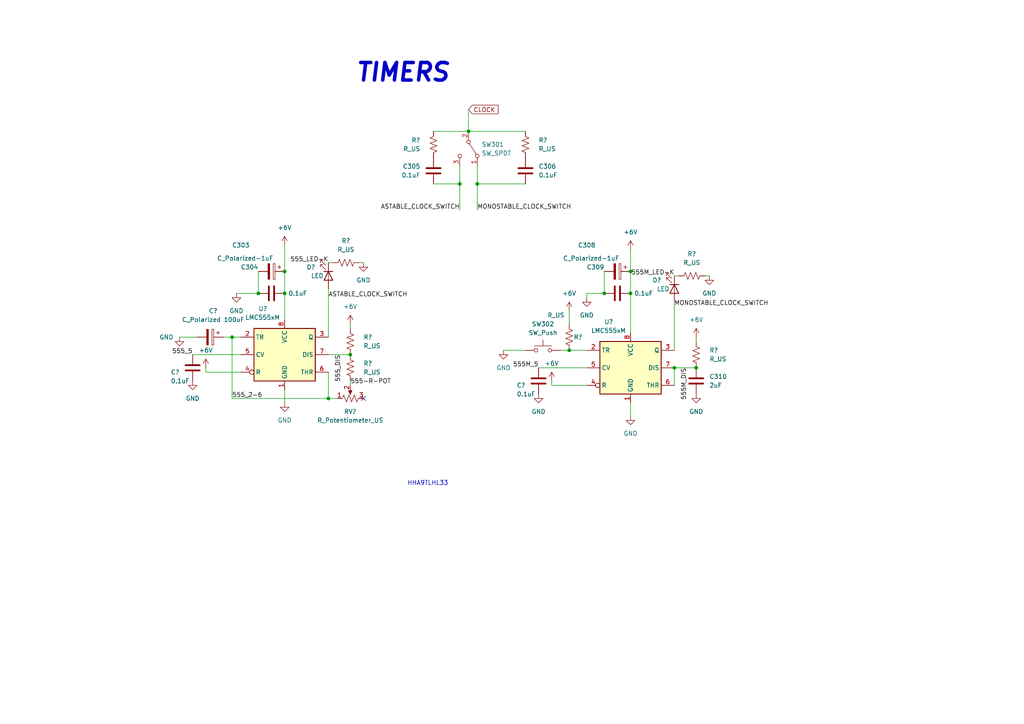
<source format=kicad_sch>
(kicad_sch (version 20230121) (generator eeschema)
  (paper "A4")
  (lib_symbols
    (symbol "Device:C" (pin_numbers hide) (pin_names (offset 0.254))
      (property "Reference" "C" (at 0.635 2.54 0))
      (property "Value" "C" (at 0.635 -2.54 0))
      (symbol "C_0_1"
        (polyline (pts (xy -2.032 -0.762) (xy 2.032 -0.762)) (stroke (width 0.508)))
        (polyline (pts (xy -2.032 0.762) (xy 2.032 0.762)) (stroke (width 0.508)))
      )
      (symbol "C_1_1"
        (pin passive line (at 0 3.81 270) (length 2.794) (name "~") (number "1"))
        (pin passive line (at 0 -3.81 90) (length 2.794) (name "~") (number "2"))
      )
    )
    (symbol "Device:C_Polarized" (pin_numbers hide) (pin_names (offset 0.254))
      (property "Reference" "C" (at 0.635 2.54 0))
      (property "Value" "C_Polarized" (at 0.635 -2.54 0))
      (symbol "C_Polarized_0_1"
        (rectangle (start -2.286 0.508) (end 2.286 1.016))
        (polyline (pts (xy -1.778 2.286) (xy -0.762 2.286)))
        (polyline (pts (xy -1.27 2.794) (xy -1.27 1.778)))
        (rectangle (start 2.286 -0.508) (end -2.286 -1.016) (fill (type outline)))
      )
      (symbol "C_Polarized_1_1"
        (pin passive line (at 0 3.81 270) (length 2.794) (name "~") (number "1"))
        (pin passive line (at 0 -3.81 90) (length 2.794) (name "~") (number "2"))
      )
    )
    (symbol "Device:LED" (pin_numbers hide) (pin_names (offset 1.016) hide)
      (property "Reference" "D" (at 0 2.54 0))
      (property "Value" "LED" (at 0 -2.54 0))
      (symbol "LED_0_1"
        (polyline (pts (xy -1.27 -1.27) (xy -1.27 1.27)) (stroke (width 0.254)))
        (polyline (pts (xy -1.27 0) (xy 1.27 0)))
        (polyline (pts (xy 1.27 -1.27) (xy 1.27 1.27) (xy -1.27 0) (xy 1.27 -1.27)) (stroke (width 0.254)))
        (polyline (pts (xy -3.048 -0.762) (xy -4.572 -2.286) (xy -3.81 -2.286) (xy -4.572 -2.286) (xy -4.572 -1.524)))
        (polyline (pts (xy -1.778 -0.762) (xy -3.302 -2.286) (xy -2.54 -2.286) (xy -3.302 -2.286) (xy -3.302 -1.524)))
      )
      (symbol "LED_1_1"
        (pin passive line (at -3.81 0 0) (length 2.54) (name "K") (number "1"))
        (pin passive line (at 3.81 0 180) (length 2.54) (name "A") (number "2"))
      )
    )
    (symbol "Device:R_Potentiometer_US" (pin_names (offset 1.016) hide)
      (property "Reference" "RV" (at -4.445 0 90))
      (property "Value" "R_Potentiometer_US" (at -2.54 0 90))
      (symbol "R_Potentiometer_US_0_1"
        (polyline (pts (xy 0 -2.286) (xy 0 -2.54)))
        (polyline (pts (xy 0 2.54) (xy 0 2.286)))
        (polyline (pts (xy 2.54 0) (xy 1.524 0)))
        (polyline (pts (xy 1.143 0) (xy 2.286 0.508) (xy 2.286 -0.508) (xy 1.143 0)) (fill (type outline)))
        (polyline (pts (xy 0 -0.762) (xy 1.016 -1.143) (xy 0 -1.524) (xy -1.016 -1.905) (xy 0 -2.286)))
        (polyline (pts (xy 0 0.762) (xy 1.016 0.381) (xy 0 0) (xy -1.016 -0.381) (xy 0 -0.762)))
        (polyline (pts (xy 0 2.286) (xy 1.016 1.905) (xy 0 1.524) (xy -1.016 1.143) (xy 0 0.762)))
      )
      (symbol "R_Potentiometer_US_1_1"
        (pin passive line (at 0 3.81 270) (length 1.27) (name "1") (number "1"))
        (pin passive line (at 3.81 0 180) (length 1.27) (name "2") (number "2"))
        (pin passive line (at 0 -3.81 90) (length 1.27) (name "3") (number "3"))
      )
    )
    (symbol "Device:R_US" (pin_numbers hide) (pin_names (offset 0))
      (property "Reference" "R" (at 2.54 0 90))
      (property "Value" "R_US" (at -2.54 0 90))
      (symbol "R_US_0_1"
        (polyline (pts (xy 0 -2.286) (xy 0 -2.54)))
        (polyline (pts (xy 0 2.286) (xy 0 2.54)))
        (polyline (pts (xy 0 -0.762) (xy 1.016 -1.143) (xy 0 -1.524) (xy -1.016 -1.905) (xy 0 -2.286)))
        (polyline (pts (xy 0 0.762) (xy 1.016 0.381) (xy 0 0) (xy -1.016 -0.381) (xy 0 -0.762)))
        (polyline (pts (xy 0 2.286) (xy 1.016 1.905) (xy 0 1.524) (xy -1.016 1.143) (xy 0 0.762)))
      )
      (symbol "R_US_1_1"
        (pin passive line (at 0 3.81 270) (length 1.27) (name "~") (number "1"))
        (pin passive line (at 0 -3.81 90) (length 1.27) (name "~") (number "2"))
      )
    )
    (symbol "Switch:SW_Push" (pin_numbers hide) (pin_names (offset 1.016) hide)
      (property "Reference" "SW" (at 1.27 2.54 0))
      (property "Value" "SW_Push" (at 0 -1.524 0))
      (symbol "SW_Push_0_1"
        (circle (center -2.032 0) (radius 0.508))
        (polyline (pts (xy 0 1.27) (xy 0 3.048)))
        (polyline (pts (xy 2.54 1.27) (xy -2.54 1.27)))
        (circle (center 2.032 0) (radius 0.508))
        (pin passive line (at -5.08 0 0) (length 2.54) (name "1") (number "1"))
        (pin passive line (at 5.08 0 180) (length 2.54) (name "2") (number "2"))
      )
    )
    (symbol "Switch:SW_SPDT" (pin_names (offset 0) hide)
      (property "Reference" "SW" (at 0 4.318 0))
      (property "Value" "SW_SPDT" (at 0 -5.08 0))
      (symbol "SW_SPDT_0_0"
        (circle (center -2.032 0) (radius 0.508))
        (circle (center 2.032 -2.54) (radius 0.508))
      )
      (symbol "SW_SPDT_0_1"
        (polyline (pts (xy -1.524 0.254) (xy 1.651 2.286)))
        (circle (center 2.032 2.54) (radius 0.508))
      )
      (symbol "SW_SPDT_1_1"
        (pin passive line (at 5.08 2.54 180) (length 2.54) (name "A") (number "1"))
        (pin passive line (at -5.08 0 0) (length 2.54) (name "B") (number "2"))
        (pin passive line (at 5.08 -2.54 180) (length 2.54) (name "C") (number "3"))
      )
    )
    (symbol "Timer:LMC555xM"
      (property "Reference" "U" (at -10.16 8.89 0))
      (property "Value" "LMC555xM" (at 2.54 8.89 0))
      (symbol "LMC555xM_0_0"
        (pin power_in line (at 0 -10.16 90) (length 2.54) (name "GND") (number "1"))
        (pin power_in line (at 0 10.16 270) (length 2.54) (name "VCC") (number "8"))
      )
      (symbol "LMC555xM_0_1"
        (rectangle (start -8.89 -7.62) (end 8.89 7.62) (stroke (width 0.254)) (fill (type background)))
        (rectangle (start -8.89 -7.62) (end 8.89 7.62) (stroke (width 0.254)) (fill (type background)))
      )
      (symbol "LMC555xM_1_1"
        (pin input line (at -12.7 5.08 0) (length 3.81) (name "TR") (number "2"))
        (pin output line (at 12.7 5.08 180) (length 3.81) (name "Q") (number "3"))
        (pin input inverted (at -12.7 -5.08 0) (length 3.81) (name "R") (number "4"))
        (pin input line (at -12.7 0 0) (length 3.81) (name "CV") (number "5"))
        (pin input line (at 12.7 -5.08 180) (length 3.81) (name "THR") (number "6"))
        (pin input line (at 12.7 0 180) (length 3.81) (name "DIS") (number "7"))
      )
    )
    (symbol "power:+6V" (power) (pin_names (offset 0))
      (property "Value" "+6V" (at 0 3.556 0))
      (symbol "+6V_0_1"
        (polyline (pts (xy -0.762 1.27) (xy 0 2.54)))
        (polyline (pts (xy 0 0) (xy 0 2.54)))
        (polyline (pts (xy 0 2.54) (xy 0.762 1.27)))
      )
      (symbol "+6V_1_1"
        (pin power_in line (at 0 0 90) (length 0) hide (name "+6V") (number "1"))
      )
    )
    (symbol "power:GND" (power) (pin_names (offset 0))
      (property "Value" "GND" (at 0 -3.81 0))
      (symbol "GND_0_1"
        (polyline (pts (xy 0 0) (xy 0 -1.27) (xy 1.27 -1.27) (xy 0 -2.54) (xy -1.27 -1.27) (xy 0 -1.27)))
      )
      (symbol "GND_1_1"
        (pin power_in line (at 0 0 270) (length 0) hide (name "GND") (number "1"))
      )
    )
  )
  (junction (at 165.1 101.6))
  (junction (at 195.58 106.68))
  (junction (at 133.35 53.34))
  (junction (at 101.6 102.87))
  (junction (at 175.26 85.09))
  (junction (at 182.88 85.09))
  (junction (at 201.93 106.68))
  (junction (at 182.88 78.74))
  (junction (at 95.25 115.57))
  (junction (at 135.89 38.1))
  (junction (at 82.55 78.74))
  (junction (at 67.31 97.79))
  (junction (at 74.93 85.09))
  (junction (at 82.55 85.09))
  (junction (at 138.43 53.34))
  (no_connect (at 105.41 115.57))
  (wire (pts (xy 201.93 97.79) (xy 201.93 99.06)))
  (wire (pts (xy 170.18 85.09) (xy 170.18 86.36)))
  (wire (pts (xy 82.55 85.09) (xy 82.55 92.71)))
  (wire (pts (xy 59.69 106.68) (xy 59.69 107.95)))
  (wire (pts (xy 204.47 80.01) (xy 205.74 80.01)))
  (wire (pts (xy 182.88 72.39) (xy 182.88 78.74)))
  (wire (pts (xy 74.93 85.09) (xy 68.58 85.09)))
  (wire (pts (xy 101.6 93.98) (xy 101.6 95.25)))
  (wire (pts (xy 182.88 78.74) (xy 182.88 85.09)))
  (wire (pts (xy 182.88 116.84) (xy 182.88 120.65)))
  (wire (pts (xy 175.26 78.74) (xy 175.26 85.09)))
  (wire (pts (xy 160.02 111.76) (xy 170.18 111.76)))
  (wire (pts (xy 104.14 76.2) (xy 105.41 76.2)))
  (wire (pts (xy 195.58 87.63) (xy 195.58 101.6)))
  (wire (pts (xy 74.93 78.74) (xy 74.93 85.09)))
  (wire (pts (xy 82.55 78.74) (xy 82.55 85.09)))
  (wire (pts (xy 195.58 106.68) (xy 201.93 106.68)))
  (wire (pts (xy 133.35 53.34) (xy 133.35 60.96)))
  (wire (pts (xy 82.55 71.12) (xy 82.55 78.74)))
  (wire (pts (xy 133.35 48.26) (xy 133.35 53.34)))
  (wire (pts (xy 67.31 115.57) (xy 95.25 115.57)))
  (wire (pts (xy 138.43 48.26) (xy 138.43 53.34)))
  (wire (pts (xy 195.58 106.68) (xy 195.58 111.76)))
  (wire (pts (xy 64.77 97.79) (xy 67.31 97.79)))
  (wire (pts (xy 67.31 97.79) (xy 67.31 115.57)))
  (wire (pts (xy 196.85 80.01) (xy 195.58 80.01)))
  (wire (pts (xy 146.05 101.6) (xy 152.4 101.6)))
  (wire (pts (xy 160.02 110.49) (xy 160.02 111.76)))
  (wire (pts (xy 165.1 101.6) (xy 170.18 101.6)))
  (wire (pts (xy 82.55 113.03) (xy 82.55 116.84)))
  (wire (pts (xy 165.1 90.17) (xy 165.1 93.98)))
  (wire (pts (xy 95.25 76.2) (xy 96.52 76.2)))
  (wire (pts (xy 95.25 115.57) (xy 97.79 115.57)))
  (wire (pts (xy 125.73 38.1) (xy 135.89 38.1)))
  (wire (pts (xy 95.25 107.95) (xy 95.25 115.57)))
  (wire (pts (xy 101.6 110.49) (xy 101.6 111.76)))
  (wire (pts (xy 55.88 102.87) (xy 69.85 102.87)))
  (wire (pts (xy 182.88 85.09) (xy 182.88 96.52)))
  (wire (pts (xy 138.43 53.34) (xy 138.43 60.96)))
  (wire (pts (xy 152.4 53.34) (xy 138.43 53.34)))
  (wire (pts (xy 95.25 83.82) (xy 95.25 97.79)))
  (wire (pts (xy 156.21 106.68) (xy 170.18 106.68)))
  (wire (pts (xy 59.69 107.95) (xy 69.85 107.95)))
  (wire (pts (xy 52.07 97.79) (xy 57.15 97.79)))
  (wire (pts (xy 135.89 38.1) (xy 152.4 38.1)))
  (wire (pts (xy 95.25 102.87) (xy 101.6 102.87)))
  (wire (pts (xy 162.56 101.6) (xy 165.1 101.6)))
  (wire (pts (xy 125.73 53.34) (xy 133.35 53.34)))
  (wire (pts (xy 67.31 97.79) (xy 69.85 97.79)))
  (wire (pts (xy 175.26 85.09) (xy 170.18 85.09)))
  (wire (pts (xy 135.89 31.75) (xy 135.89 38.1)))
  (text "HHA9TLHL33" (at 118.11 140.97 0) (effects (font (size 1.27 1.27)) (justify left bottom)))
  (text "TIMERS" (at 102.87 24.13 0) (effects (font (size 5.08 5.08) (thickness 1.016) bold italic) (justify left bottom)))
  (label "555-R-POT" (at 101.6 111.5661 0))
  (label "555M_DIS" (at 199.39 106.68 270))
  (label "ASTABLE_CLOCK_SWITCH" (at 95.25 86.36 0))
  (label "ASTABLE_CLOCK_SWITCH" (at 133.35 60.96 180))
  (label "555_DIS" (at 99.06 102.87 270))
  (label "MONOSTABLE_CLOCK_SWITCH" (at 138.43 60.96 0))
  (label "555M_5" (at 156.21 106.68 180))
  (label "555_2-6" (at 67.31 115.57 0))
  (label "555_LED-K" (at 95.25 76.2 180))
  (label "555_5" (at 55.88 102.87 180))
  (label "555M_LED-K" (at 195.58 80.01 180))
  (label "MONOSTABLE_CLOCK_SWITCH" (at 195.58 88.9 0))
  (global_label "CLOCK" (shape input) (at 135.89 31.75 0) (property "Intersheetrefs" "${INTERSHEET_REFS}" (effects hide)))
  (symbol (lib_id "power:+6V") (at 59.69 106.68 0) (unit 1)
    (property "Reference" "#PWR?" (effects hide))
    (property "Value" "+6V" (at 59.69 101.6 0))
    (instances (project "JL" (path "" (reference "#PWR?") (unit 1)) (path "" (reference "#PWR0303") (unit 1))))
  )
  (symbol (lib_id "Device:C") (at 78.74 85.09 90) (mirror x) (unit 1)
    (property "Reference" "C304" (at 72.39 77.47 90))
    (property "Value" "0.1uF" (at 86.36 85.09 90))
    (property "Footprint" "Capacitor_SMD:C_1206_3216Metric_Pad1.33x1.80mm_HandSolder" (effects hide))
    (property "Digi-Key_PN" "399-3676-2-ND" (effects hide))
  )
  (symbol (lib_id "Device:C_Polarized") (at 179.07 78.74 270) (unit 1)
    (property "Reference" "C308" (at 170.18 71.12 90))
    (property "Value" "C_Polarized-1uF" (at 171.45 74.93 90))
    (property "Footprint" "Capacitor_SMD:CP_Elec_4x4.5" (effects hide))
    (property "Digi-Key_PN" "P16465TR-ND" (effects hide))
  )
  (symbol (lib_id "power:GND") (at 205.74 80.01 0) (unit 1)
    (property "Reference" "#PWR?" (effects hide))
    (property "Value" "GND" (at 205.74 85.09 0))
    (instances (project "JL" (path "" (reference "#PWR?") (unit 1)) (path "" (reference "#PWR?") (unit 1)) (path "" (reference "#PWR0318") (unit 1))))
  )
  (symbol (lib_id "power:GND") (at 182.88 120.65 0) (unit 1)
    (property "Reference" "#PWR?" (effects hide))
    (property "Value" "GND" (at 182.88 125.73 0))
    (instances (project "JL" (path "" (reference "#PWR?") (unit 1)) (path "" (reference "#PWR?") (unit 1)) (path "" (reference "#PWR0315") (unit 1))))
  )
  (symbol (lib_id "power:+6V") (at 101.6 93.98 0) (unit 1)
    (property "Reference" "#PWR?" (effects hide))
    (property "Value" "+6V" (at 101.6 88.9 0))
    (instances (project "JL" (path "" (reference "#PWR?") (unit 1)) (path "" (reference "#PWR0307") (unit 1))))
  )
  (symbol (lib_id "Device:R_US") (at 125.73 41.91 0) (mirror x) (unit 1)
    (property "Reference" "R?" (at 121.92 40.64 0) (effects (justify right)))
    (property "Value" "R_US" (at 121.92 43.18 0) (effects (justify right)))
    (property "Footprint" "Resistor_SMD:R_1206_3216Metric" (effects hide))
    (property "Digi-Key_PN" "RMCF1206JT2K20TR-ND" (effects hide))
    (instances (project "JL" (path "" (reference "R?") (unit 1)) (path "" (reference "R?") (unit 1)) (path "" (reference "R304") (unit 1))))
  )
  (symbol (lib_id "power:GND") (at 82.55 116.84 0) (unit 1)
    (property "Reference" "#PWR?" (effects hide))
    (property "Value" "GND" (at 82.55 121.92 0))
    (instances (project "JL" (path "" (reference "#PWR?") (unit 1)) (path "" (reference "#PWR?") (unit 1)) (path "" (reference "#PWR0306") (unit 1))))
  )
  (symbol (lib_id "Device:C_Polarized") (at 60.96 97.79 270) (unit 1)
    (property "Reference" "C?" (at 61.849 90.17 90))
    (property "Value" "C_Polarized 100uF" (at 61.849 92.71 90))
    (property "Footprint" "Capacitor_SMD:CP_Elec_6.3x7.7" (effects hide))
    (property "Digi-Key_PN" "399-13672-2-ND" (effects hide))
    (instances (project "JL" (path "" (reference "C?") (unit 1)) (path "" (reference "C?") (unit 1)) (path "" (reference "C302") (unit 1))))
  )
  (symbol (lib_id "Device:C") (at 125.73 49.53 0) (mirror y) (unit 1)
    (property "Reference" "C305" (at 121.92 48.26 0) (effects (justify left)))
    (property "Value" "0.1uF" (at 121.92 50.8 0) (effects (justify left)))
    (property "Footprint" "Capacitor_SMD:C_0805_2012Metric" (effects hide))
    (property "Digi-Key_PN" "1276-1043-2-ND" (effects hide))
  )
  (symbol (lib_id "Device:R_US") (at 101.6 99.06 180) (unit 1)
    (property "Reference" "R?" (at 105.41 97.79 0) (effects (justify right)))
    (property "Value" "R_US" (at 105.41 100.33 0) (effects (justify right)))
    (property "Footprint" "Resistor_SMD:R_1206_3216Metric" (effects hide))
    (property "Digi-Key_PN" "RMCF1206JT2K20TR-ND" (effects hide))
    (instances (project "JL" (path "" (reference "R?") (unit 1)) (path "" (reference "R?") (unit 1)) (path "" (reference "R302") (unit 1))))
  )
  (symbol (lib_id "power:GND") (at 201.93 114.3 0) (unit 1)
    (property "Reference" "#PWR?" (effects hide))
    (property "Value" "GND" (at 201.93 119.38 0))
    (instances (project "JL" (path "" (reference "#PWR?") (unit 1)) (path "" (reference "#PWR?") (unit 1)) (path "" (reference "#PWR0317") (unit 1))))
  )
  (symbol (lib_id "Device:R_US") (at 152.4 41.91 180) (unit 1)
    (property "Reference" "R?" (at 156.21 40.64 0) (effects (justify right)))
    (property "Value" "R_US" (at 156.21 43.18 0) (effects (justify right)))
    (property "Footprint" "Resistor_SMD:R_1206_3216Metric" (effects hide))
    (property "Digi-Key_PN" "RMCF1206JT2K20TR-ND" (effects hide))
    (instances (project "JL" (path "" (reference "R?") (unit 1)) (path "" (reference "R?") (unit 1)) (path "" (reference "R305") (unit 1))))
  )
  (symbol (lib_id "power:GND") (at 68.58 85.09 0) (unit 1)
    (property "Reference" "#PWR?" (effects hide))
    (property "Value" "GND" (at 68.58 90.17 0))
    (instances (project "JL" (path "" (reference "#PWR?") (unit 1)) (path "" (reference "#PWR?") (unit 1)) (path "" (reference "#PWR0304") (unit 1))))
  )
  (symbol (lib_id "Device:LED") (at 195.58 83.82 270) (unit 1)
    (property "Reference" "D?" (at 189.23 81.28 90) (effects (justify left)))
    (property "Value" "LED" (at 190.5 83.82 90) (effects (justify left)))
    (property "Footprint" "LED_SMD:LED_1206_3216Metric_Pad1.42x1.75mm_HandSolder" (effects hide))
    (property "Digi-Key_PN" "67-1684-2-ND" (effects hide))
    (instances (project "JL" (path "" (reference "D?") (unit 1)) (path "" (reference "D?") (unit 1)) (path "" (reference "D302") (unit 1))))
  )
  (symbol (lib_id "power:GND") (at 105.41 76.2 0) (unit 1)
    (property "Reference" "#PWR?" (effects hide))
    (property "Value" "GND" (at 105.41 81.28 0))
    (instances (project "JL" (path "" (reference "#PWR?") (unit 1)) (path "" (reference "#PWR?") (unit 1)) (path "" (reference "#PWR0308") (unit 1))))
  )
  (symbol (lib_id "Device:LED") (at 95.25 80.01 270) (unit 1)
    (property "Reference" "D?" (at 88.9 77.47 90) (effects (justify left)))
    (property "Value" "LED" (at 90.17 80.01 90) (effects (justify left)))
    (property "Footprint" "LED_SMD:LED_1206_3216Metric_Pad1.42x1.75mm_HandSolder" (effects hide))
    (property "Digi-Key_PN" "67-1684-2-ND" (effects hide))
    (instances (project "JL" (path "" (reference "D?") (unit 1)) (path "" (reference "D?") (unit 1)) (path "" (reference "D301") (unit 1))))
  )
  (symbol (lib_id "Device:R_US") (at 101.6 106.68 180) (unit 1)
    (property "Reference" "R?" (at 105.41 105.41 0) (effects (justify right)))
    (property "Value" "R_US" (at 105.41 107.95 0) (effects (justify right)))
    (property "Footprint" "Resistor_SMD:R_1206_3216Metric" (effects hide))
    (property "Digi-Key_PN" "RMCF1206JT2K20TR-ND" (effects hide))
    (instances (project "JL" (path "" (reference "R?") (unit 1)) (path "" (reference "R?") (unit 1)) (path "" (reference "R303") (unit 1))))
  )
  (symbol (lib_id "Device:R_US") (at 165.1 97.79 180) (unit 1)
    (property "Reference" "R?" (at 166.37 97.79 0) (effects (justify right)))
    (property "Value" "R_US" (at 158.75 91.44 0) (effects (justify right)))
    (property "Footprint" "Resistor_SMD:R_1206_3216Metric" (effects hide))
    (property "Digi-Key_PN" "RMCF1206JT2K20TR-ND" (effects hide))
    (instances (project "JL" (path "" (reference "R?") (unit 1)) (path "" (reference "R?") (unit 1)) (path "" (reference "R306") (unit 1))))
  )
  (symbol (lib_id "Device:R_US") (at 200.66 80.01 270) (unit 1)
    (property "Reference" "R?" (at 200.66 73.66 90))
    (property "Value" "R_US" (at 200.66 76.2 90))
    (property "Footprint" "Resistor_SMD:R_1206_3216Metric" (effects hide))
    (property "Digi-Key_PN" "RMCF1206JT2K20TR-ND" (effects hide))
    (instances (project "JL" (path "" (reference "R?") (unit 1)) (path "" (reference "R?") (unit 1)) (path "" (reference "R307") (unit 1))))
  )
  (symbol (lib_id "power:GND") (at 146.05 101.6 0) (unit 1)
    (property "Reference" "#PWR?" (effects hide))
    (property "Value" "GND" (at 146.05 106.68 0))
    (instances (project "JL" (path "" (reference "#PWR?") (unit 1)) (path "" (reference "#PWR?") (unit 1)) (path "" (reference "#PWR0309") (unit 1))))
  )
  (symbol (lib_id "Device:C") (at 201.93 110.49 0) (unit 1)
    (property "Reference" "C310" (at 205.74 109.22 0) (effects (justify left)))
    (property "Value" "2uF" (at 205.74 111.76 0) (effects (justify left)))
    (property "Footprint" "Capacitor_SMD:C_0805_2012Metric" (effects hide))
    (property "Digi-Key_PN" "1189-4361-2-ND" (effects hide))
  )
  (symbol (lib_id "Device:R_Potentiometer_US") (at 101.6 115.57 90) (unit 1)
    (property "Reference" "RV?" (at 101.6 119.38 90))
    (property "Value" "R_Potentiometer_US" (at 101.6 121.92 90))
    (property "Footprint" "TerminalBlock_WAGO:TerminalBlock_WAGO_236-403_1x03_P5.00mm_45Degree" (effects hide))
    (property "Digi-Key_PN" "2946-236-401-ND" (effects hide))
    (instances (project "JL" (path "" (reference "RV?") (unit 1)) (path "" (reference "RV?") (unit 1)) (path "" (reference "RV301") (unit 1))))
  )
  (symbol (lib_id "Device:R_US") (at 201.93 102.87 180) (unit 1)
    (property "Reference" "R?" (at 205.74 101.6 0) (effects (justify right)))
    (property "Value" "R_US" (at 205.74 104.14 0) (effects (justify right)))
    (property "Footprint" "Resistor_SMD:R_1206_3216Metric" (effects hide))
    (property "Digi-Key_PN" "RMCF1206JT2K20TR-ND" (effects hide))
    (instances (project "JL" (path "" (reference "R?") (unit 1)) (path "" (reference "R?") (unit 1)) (path "" (reference "R308") (unit 1))))
  )
  (symbol (lib_id "power:+6V") (at 165.1 90.17 0) (unit 1)
    (property "Reference" "#PWR?" (effects hide))
    (property "Value" "+6V" (at 165.1 85.09 0))
    (instances (project "JL" (path "" (reference "#PWR?") (unit 1)) (path "" (reference "#PWR0312") (unit 1))))
  )
  (symbol (lib_id "power:+6V") (at 182.88 72.39 0) (unit 1)
    (property "Reference" "#PWR?" (effects hide))
    (property "Value" "+6V" (at 182.88 67.31 0))
    (instances (project "JL" (path "" (reference "#PWR?") (unit 1)) (path "" (reference "#PWR0314") (unit 1))))
  )
  (symbol (lib_id "power:+6V") (at 201.93 97.79 0) (unit 1)
    (property "Reference" "#PWR?" (effects hide))
    (property "Value" "+6V" (at 201.93 92.71 0))
    (instances (project "JL" (path "" (reference "#PWR?") (unit 1)) (path "" (reference "#PWR0316") (unit 1))))
  )
  (symbol (lib_id "Device:C") (at 55.88 106.68 180) (unit 1)
    (property "Reference" "C?" (at 49.53 107.95 0) (effects (justify right)))
    (property "Value" "0.1uF" (at 49.53 110.49 0) (effects (justify right)))
    (property "Footprint" "Capacitor_SMD:C_0805_2012Metric" (effects hide))
    (property "Digi-Key_PN" "1276-1043-2-ND" (effects hide))
    (instances (project "JL" (path "" (reference "C?") (unit 1)) (path "" (reference "C?") (unit 1)) (path "" (reference "C301") (unit 1))))
  )
  (symbol (lib_id "Device:R_US") (at 100.33 76.2 270) (unit 1)
    (property "Reference" "R?" (at 100.33 69.85 90))
    (property "Value" "R_US" (at 100.33 72.39 90))
    (property "Footprint" "Resistor_SMD:R_1206_3216Metric" (effects hide))
    (property "Digi-Key_PN" "RMCF1206JT2K20TR-ND" (effects hide))
    (instances (project "JL" (path "" (reference "R?") (unit 1)) (path "" (reference "R?") (unit 1)) (path "" (reference "R301") (unit 1))))
  )
  (symbol (lib_id "power:GND") (at 170.18 86.36 0) (unit 1)
    (property "Reference" "#PWR?" (effects hide))
    (property "Value" "GND" (at 170.18 91.44 0))
    (instances (project "JL" (path "" (reference "#PWR?") (unit 1)) (path "" (reference "#PWR?") (unit 1)) (path "" (reference "#PWR0313") (unit 1))))
  )
  (symbol (lib_id "Switch:SW_Push") (at 157.48 101.6 0) (unit 1)
    (property "Reference" "SW302" (at 157.48 93.98 0))
    (property "Value" "SW_Push" (at 157.48 96.52 0))
    (property "Footprint" "TerminalBlock_WAGO:TerminalBlock_WAGO_236-402_1x02_P5.00mm_45Degree" (effects hide))
    (property "Digi-Key_PN" "2946-236-401-ND" (effects hide))
  )
  (symbol (lib_id "Device:C") (at 152.4 49.53 0) (unit 1)
    (property "Reference" "C306" (at 156.21 48.26 0) (effects (justify left)))
    (property "Value" "0.1uF" (at 156.21 50.8 0) (effects (justify left)))
    (property "Footprint" "Capacitor_SMD:C_0805_2012Metric" (effects hide))
    (property "Digi-Key_PN" "1276-1043-2-ND" (effects hide))
  )
  (symbol (lib_id "power:+6V") (at 82.55 71.12 0) (unit 1)
    (property "Reference" "#PWR?" (effects hide))
    (property "Value" "+6V" (at 82.55 66.04 0))
    (instances (project "JL" (path "" (reference "#PWR?") (unit 1)) (path "" (reference "#PWR0305") (unit 1))))
  )
  (symbol (lib_id "power:GND") (at 55.88 110.49 0) (unit 1)
    (property "Reference" "#PWR?" (effects hide))
    (property "Value" "GND" (at 55.88 115.57 0))
    (instances (project "JL" (path "" (reference "#PWR?") (unit 1)) (path "" (reference "#PWR?") (unit 1)) (path "" (reference "#PWR0302") (unit 1))))
  )
  (symbol (lib_id "Device:C_Polarized") (at 78.74 78.74 270) (unit 1)
    (property "Reference" "C303" (at 69.85 71.12 90))
    (property "Value" "C_Polarized-1uF" (at 71.12 74.93 90))
    (property "Footprint" "Capacitor_SMD:CP_Elec_4x4.5" (effects hide))
    (property "Digi-Key_PN" "P16465TR-ND" (effects hide))
  )
  (symbol (lib_id "Device:C") (at 156.21 110.49 180) (unit 1)
    (property "Reference" "C?" (at 149.86 111.76 0) (effects (justify right)))
    (property "Value" "0.1uF" (at 149.86 114.3 0) (effects (justify right)))
    (property "Footprint" "Capacitor_SMD:C_0805_2012Metric" (effects hide))
    (property "Digi-Key_PN" "1276-1043-2-ND" (effects hide))
    (instances (project "JL" (path "" (reference "C?") (unit 1)) (path "" (reference "C?") (unit 1)) (path "" (reference "C307") (unit 1))))
  )
  (symbol (lib_id "Device:C") (at 179.07 85.09 90) (mirror x) (unit 1)
    (property "Reference" "C309" (at 172.72 77.47 90))
    (property "Value" "0.1uF" (at 186.69 85.09 90))
    (property "Footprint" "Capacitor_SMD:C_1206_3216Metric_Pad1.33x1.80mm_HandSolder" (effects hide))
    (property "Digi-Key_PN" "399-3676-2-ND" (effects hide))
  )
  (symbol (lib_id "power:+6V") (at 160.02 110.49 0) (unit 1)
    (property "Reference" "#PWR?" (effects hide))
    (property "Value" "+6V" (at 160.02 105.41 0))
    (instances (project "JL" (path "" (reference "#PWR?") (unit 1)) (path "" (reference "#PWR0311") (unit 1))))
  )
  (symbol (lib_id "Timer:LMC555xM") (at 182.88 106.68 0) (unit 1)
    (property "Reference" "U?" (at 175.26 93.345 0) (effects (justify left)))
    (property "Value" "LMC555xM" (at 171.45 95.885 0) (effects (justify left)))
    (property "Footprint" "Package_SO:SOIC-8_3.9x4.9mm_P1.27mm" (effects hide))
    (property "Datasheet" "http://www.ti.com/lit/ds/symlink/lmc555.pdf" (effects hide))
    (property "Digi-Key_PN" "LM555CM/NOPB-ND" (effects hide))
    (instances (project "JL" (path "" (reference "U?") (unit 1)) (path "" (reference "U?") (unit 1)) (path "" (reference "U302") (unit 1))))
  )
  (symbol (lib_id "Switch:SW_SPDT") (at 135.89 43.18 270) (unit 1)
    (property "Reference" "SW301" (at 139.7 41.91 90) (effects (justify left)))
    (property "Value" "SW_SPDT" (at 139.7 44.45 90) (effects (justify left)))
    (property "Footprint" "TerminalBlock_WAGO:TerminalBlock_WAGO_236-403_1x03_P5.00mm_45Degree" (effects hide))
    (property "Digi-Key_PN" "2946-236-401-ND" (effects hide))
  )
  (symbol (lib_id "power:GND") (at 156.21 114.3 0) (unit 1)
    (property "Reference" "#PWR?" (effects hide))
    (property "Value" "GND" (at 156.21 119.38 0))
    (instances (project "JL" (path "" (reference "#PWR?") (unit 1)) (path "" (reference "#PWR?") (unit 1)) (path "" (reference "#PWR0310") (unit 1))))
  )
  (symbol (lib_id "Timer:LMC555xM") (at 82.55 102.87 0) (unit 1)
    (property "Reference" "U?" (at 74.93 89.535 0) (effects (justify left)))
    (property "Value" "LMC555xM" (at 71.12 92.075 0) (effects (justify left)))
    (property "Footprint" "Package_SO:SOIC-8_3.9x4.9mm_P1.27mm" (effects hide))
    (property "Datasheet" "http://www.ti.com/lit/ds/symlink/lmc555.pdf" (effects hide))
    (property "Digi-Key_PN" "LM555CM/NOPB-ND" (effects hide))
    (instances (project "JL" (path "" (reference "U?") (unit 1)) (path "" (reference "U?") (unit 1)) (path "" (reference "U301") (unit 1))))
  )
  (symbol (lib_id "power:GND") (at 52.07 97.79 0) (unit 1)
    (property "Reference" "#PWR?" (effects hide))
    (property "Value" "GND" (at 48.26 97.79 0))
    (instances (project "JL" (path "" (reference "#PWR?") (unit 1)) (path "" (reference "#PWR?") (unit 1)) (path "" (reference "#PWR0301") (unit 1))))
  )
)
</source>
